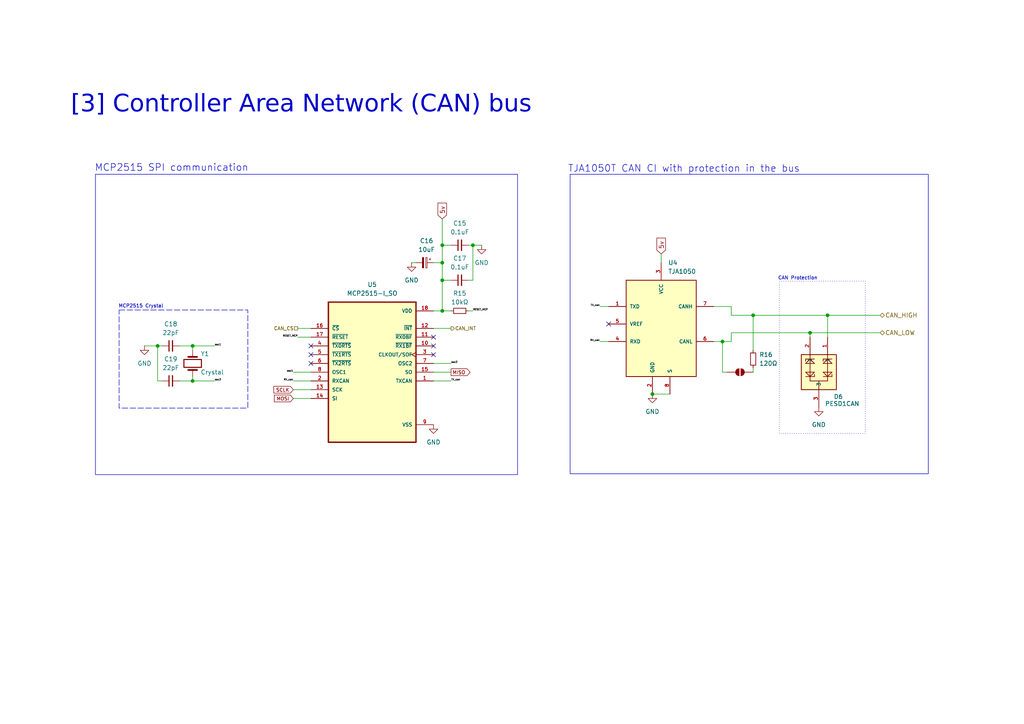
<source format=kicad_sch>
(kicad_sch (version 20231120) (generator "eeschema") (generator_version "8.0")
  (paper "A4")
  (title_block (title "Dongle eaLIVE for telemetry") (date "2024-09-19") (rev "2.0") (company "LIVE") (comment 1 "Size A4") (comment 2 "Drawn by: João Gabriel") (comment 3 "Sheet 4 of 5"))
  (lib_symbols
    (symbol "Device:C_Polarized_Small" (pin_numbers hide) (pin_names (offset 0.254) hide)
      (property "Reference" "C" (at 0.254 1.778 0))
      (property "Value" "C_Polarized_Small" (at 0.254 -2.032 0))
      (symbol "C_Polarized_Small_0_1"
        (rectangle (start -1.524 -0.3048) (end 1.524 -0.6858) (fill (type outline)))
        (rectangle (start -1.524 0.6858) (end 1.524 0.3048))
        (polyline (pts (xy -1.27 1.524) (xy -0.762 1.524)))
        (polyline (pts (xy -1.016 1.27) (xy -1.016 1.778)))
      )
      (symbol "C_Polarized_Small_1_1"
        (pin passive line (at 0 2.54 270) (length 1.8542) (name "~") (number "1"))
        (pin passive line (at 0 -2.54 90) (length 1.8542) (name "~") (number "2"))
      )
    )
    (symbol "Device:C_Small" (pin_numbers hide) (pin_names (offset 0.254) hide)
      (property "Reference" "C" (at 0.254 1.778 0))
      (property "Value" "C_Small" (at 0.254 -2.032 0))
      (symbol "C_Small_0_1"
        (polyline (pts (xy -1.524 -0.508) (xy 1.524 -0.508)) (stroke (width 0.3302)))
        (polyline (pts (xy -1.524 0.508) (xy 1.524 0.508)) (stroke (width 0.3048)))
      )
      (symbol "C_Small_1_1"
        (pin passive line (at 0 2.54 270) (length 2.032) (name "~") (number "1"))
        (pin passive line (at 0 -2.54 90) (length 2.032) (name "~") (number "2"))
      )
    )
    (symbol "Device:Crystal" (pin_numbers hide) (pin_names (offset 1.016) hide)
      (property "Reference" "Y" (at 0 3.81 0))
      (property "Value" "Crystal" (at 0 -3.81 0))
      (symbol "Crystal_0_1"
        (rectangle (start -1.143 2.54) (end 1.143 -2.54) (stroke (width 0.3048)))
        (polyline (pts (xy -2.54 0) (xy -1.905 0)))
        (polyline (pts (xy -1.905 -1.27) (xy -1.905 1.27)) (stroke (width 0.508)))
        (polyline (pts (xy 1.905 -1.27) (xy 1.905 1.27)) (stroke (width 0.508)))
        (polyline (pts (xy 2.54 0) (xy 1.905 0)))
      )
      (symbol "Crystal_1_1"
        (pin passive line (at -3.81 0 0) (length 1.27) (name "1") (number "1"))
        (pin passive line (at 3.81 0 180) (length 1.27) (name "2") (number "2"))
      )
    )
    (symbol "Device:R_Small" (pin_numbers hide) (pin_names (offset 0.254) hide)
      (property "Reference" "R" (at 0.762 0.508 0))
      (property "Value" "R_Small" (at 0.762 -1.016 0))
      (symbol "R_Small_0_1"
        (rectangle (start -0.762 1.778) (end 0.762 -1.778) (stroke (width 0.2032)))
      )
      (symbol "R_Small_1_1"
        (pin passive line (at 0 2.54 270) (length 0.762) (name "~") (number "1"))
        (pin passive line (at 0 -2.54 90) (length 0.762) (name "~") (number "2"))
      )
    )
    (symbol "DongleALIVE:MCP2515-I_SO" (pin_names (offset 1.016))
      (property "Reference" "U" (at -12.7 21.32 0))
      (property "Value" "MCP2515-I_SO" (at -12.7 -24.32 0))
      (symbol "MCP2515-I_SO_0_0"
        (rectangle (start -12.7 -20.32) (end 12.7 20.32) (stroke (width 0.41)) (fill (type background)))
        (pin output line (at 17.78 -2.54 180) (length 5.08) (name "TXCAN") (number "1"))
        (pin output line (at 17.78 7.62 180) (length 5.08) (name "~{RX1BF}") (number "10"))
        (pin output line (at 17.78 10.16 180) (length 5.08) (name "~{RX0BF}") (number "11"))
        (pin output line (at 17.78 12.7 180) (length 5.08) (name "~{INT}") (number "12"))
        (pin input line (at -17.78 -5.08 0) (length 5.08) (name "SCK") (number "13"))
        (pin input line (at -17.78 -7.62 0) (length 5.08) (name "SI") (number "14"))
        (pin output line (at 17.78 0 180) (length 5.08) (name "SO") (number "15"))
        (pin input line (at -17.78 12.7 0) (length 5.08) (name "~{CS}") (number "16"))
        (pin input line (at -17.78 10.16 0) (length 5.08) (name "~{RESET}") (number "17"))
        (pin power_in line (at 17.78 17.78 180) (length 5.08) (name "VDD") (number "18"))
        (pin input line (at -17.78 -2.54 0) (length 5.08) (name "RXCAN") (number "2"))
        (pin output clock (at 17.78 5.08 180) (length 5.08) (name "CLKOUT/SOF") (number "3"))
        (pin input line (at -17.78 7.62 0) (length 5.08) (name "~{TX0RTS}") (number "4"))
        (pin input line (at -17.78 5.08 0) (length 5.08) (name "~{TX1RTS}") (number "5"))
        (pin input line (at -17.78 2.54 0) (length 5.08) (name "~{TX2RTS}") (number "6"))
        (pin output line (at 17.78 2.54 180) (length 5.08) (name "OSC2") (number "7"))
        (pin input line (at -17.78 0 0) (length 5.08) (name "OSC1") (number "8"))
        (pin power_in line (at 17.78 -15.24 180) (length 5.08) (name "VSS") (number "9"))
      )
    )
    (symbol "DongleALIVE:PESD1CAN" (pin_names (offset 1.016))
      (property "Reference" "D" (at 0 11.4366 0))
      (property "Value" "PESD1CAN" (at 0 -2.542 0))
      (symbol "PESD1CAN_0_0"
        (polyline (pts (xy 0 2.54) (xy 1.27 2.54)) (stroke (width 0.2032)))
        (polyline (pts (xy 0 7.62) (xy 1.27 7.62)) (stroke (width 0.2032)))
        (polyline (pts (xy 1.27 1.27) (xy 1.905 1.27)) (stroke (width 0.2032)))
        (polyline (pts (xy 1.27 2.54) (xy 1.27 1.27)) (stroke (width 0.2032)))
        (polyline (pts (xy 1.27 2.54) (xy 2.54 3.81)) (stroke (width 0.2032)))
        (polyline (pts (xy 1.27 2.54) (xy 6.35 2.54)) (stroke (width 0.2032)))
        (polyline (pts (xy 1.27 3.81) (xy 1.27 2.54)) (stroke (width 0.2032)))
        (polyline (pts (xy 1.27 6.35) (xy 1.905 6.35)) (stroke (width 0.2032)))
        (polyline (pts (xy 1.27 7.62) (xy 1.27 6.35)) (stroke (width 0.2032)))
        (polyline (pts (xy 1.27 7.62) (xy 2.54 8.89)) (stroke (width 0.2032)))
        (polyline (pts (xy 1.27 7.62) (xy 6.35 7.62)) (stroke (width 0.2032)))
        (polyline (pts (xy 1.27 8.89) (xy 1.27 7.62)) (stroke (width 0.2032)))
        (polyline (pts (xy 2.54 1.27) (xy 1.27 2.54)) (stroke (width 0.2032)))
        (polyline (pts (xy 2.54 3.81) (xy 2.54 1.27)) (stroke (width 0.2032)))
        (polyline (pts (xy 2.54 6.35) (xy 1.27 7.62)) (stroke (width 0.2032)))
        (polyline (pts (xy 2.54 8.89) (xy 2.54 6.35)) (stroke (width 0.2032)))
        (polyline (pts (xy 5.08 1.27) (xy 6.35 2.54)) (stroke (width 0.2032)))
        (polyline (pts (xy 5.08 3.81) (xy 5.08 1.27)) (stroke (width 0.2032)))
        (polyline (pts (xy 5.08 6.35) (xy 6.35 7.62)) (stroke (width 0.2032)))
        (polyline (pts (xy 5.08 8.89) (xy 5.08 6.35)) (stroke (width 0.2032)))
        (polyline (pts (xy 6.35 1.27) (xy 6.35 2.54)) (stroke (width 0.2032)))
        (polyline (pts (xy 6.35 2.54) (xy 5.08 3.81)) (stroke (width 0.2032)))
        (polyline (pts (xy 6.35 2.54) (xy 6.35 3.81)) (stroke (width 0.2032)))
        (polyline (pts (xy 6.35 2.54) (xy 7.62 2.54)) (stroke (width 0.2032)))
        (polyline (pts (xy 6.35 3.81) (xy 5.715 3.81)) (stroke (width 0.2032)))
        (polyline (pts (xy 6.35 6.35) (xy 6.35 7.62)) (stroke (width 0.2032)))
        (polyline (pts (xy 6.35 7.62) (xy 5.08 8.89)) (stroke (width 0.2032)))
        (polyline (pts (xy 6.35 7.62) (xy 6.35 8.89)) (stroke (width 0.2032)))
        (polyline (pts (xy 6.35 7.62) (xy 7.62 7.62)) (stroke (width 0.2032)))
        (polyline (pts (xy 6.35 8.89) (xy 5.715 8.89)) (stroke (width 0.2032)))
        (polyline (pts (xy 7.62 5.08) (xy 7.62 2.54)) (stroke (width 0.2032)))
        (polyline (pts (xy 7.62 5.08) (xy 10.16 5.08)) (stroke (width 0.2032)))
        (polyline (pts (xy 7.62 7.62) (xy 7.62 5.08)) (stroke (width 0.2032)))
        (rectangle (start 0 0) (end 10.16 10.16) (stroke (width 0.254)) (fill (type background)))
        (pin bidirectional line (at -5.08 7.62 0) (length 5.08) (name "1") (number "1"))
        (pin bidirectional line (at -5.08 2.54 0) (length 5.08) (name "2") (number "2"))
        (pin bidirectional line (at 15.24 5.08 180) (length 5.08) (name "3") (number "3"))
      )
    )
    (symbol "DongleALIVE:TJA1050" (pin_names (offset 1.016))
      (property "Reference" "U" (at -10.16 13.462 0))
      (property "Value" "TJA1050" (at 5.08 -17.78 0))
      (symbol "TJA1050_0_0"
        (rectangle (start -10.16 -15.24) (end 10.16 12.7) (stroke (width 0.254)) (fill (type background)))
        (pin bidirectional line (at -15.24 5.08 0) (length 5.08) (name "TXD") (number "1"))
        (pin bidirectional line (at -2.54 -20.32 90) (length 5.08) (name "GND") (number "2"))
        (pin bidirectional line (at 0 17.78 270) (length 5.08) (name "VCC") (number "3"))
        (pin bidirectional line (at -15.24 -5.08 0) (length 5.08) (name "RXD") (number "4"))
        (pin bidirectional line (at -15.24 0 0) (length 5.08) (name "VREF") (number "5"))
        (pin bidirectional line (at 15.24 -5.08 180) (length 5.08) (name "CANL") (number "6"))
        (pin bidirectional line (at 15.24 5.08 180) (length 5.08) (name "CANH") (number "7"))
        (pin bidirectional line (at 2.54 -20.32 90) (length 5.08) (name "S") (number "8"))
      )
    )
    (symbol "Jumper:SolderJumper_2_Open" (pin_numbers hide) (pin_names (offset 0) hide) (exclude_from_sim yes) (in_bom no)
      (property "Reference" "JP" (at 0 2.032 0))
      (property "Value" "SolderJumper_2_Open" (at 0 -2.54 0))
      (symbol "SolderJumper_2_Open_0_1"
        (arc (start -0.254 1.016) (mid -1.2656 0) (end -0.254 -1.016))
        (arc (start -0.254 1.016) (mid -1.2656 0) (end -0.254 -1.016) (fill (type outline)))
        (polyline (pts (xy -0.254 1.016) (xy -0.254 -1.016)))
        (polyline (pts (xy 0.254 1.016) (xy 0.254 -1.016)))
        (arc (start 0.254 -1.016) (mid 1.2656 0) (end 0.254 1.016))
        (arc (start 0.254 -1.016) (mid 1.2656 0) (end 0.254 1.016) (fill (type outline)))
      )
      (symbol "SolderJumper_2_Open_1_1"
        (pin passive line (at -3.81 0 0) (length 2.54) (name "A") (number "1"))
        (pin passive line (at 3.81 0 180) (length 2.54) (name "B") (number "2"))
      )
    )
    (symbol "power:GND" (power) (pin_numbers hide) (pin_names (offset 0) hide)
      (property "Value" "GND" (at 0 -3.81 0))
      (symbol "GND_0_1"
        (polyline (pts (xy 0 0) (xy 0 -1.27) (xy 1.27 -1.27) (xy 0 -2.54) (xy -1.27 -1.27) (xy 0 -1.27)))
      )
      (symbol "GND_1_1"
        (pin power_in line (at 0 0 270) (length 0) (name "~") (number "1"))
      )
    )
  )
  (junction (at 55.88 110.49))
  (junction (at 128.27 76.2))
  (junction (at 45.72 100.33))
  (junction (at 55.88 100.33))
  (junction (at 218.44 91.44))
  (junction (at 240.03 91.44))
  (junction (at 137.16 71.12))
  (junction (at 189.23 114.3))
  (junction (at 128.27 90.17))
  (junction (at 128.27 81.28))
  (junction (at 128.27 71.12))
  (junction (at 209.55 99.06))
  (junction (at 234.95 96.52))
  (no_connect (at 90.17 105.41))
  (no_connect (at 125.73 102.87))
  (no_connect (at 125.73 100.33))
  (no_connect (at 90.17 100.33))
  (no_connect (at 176.53 93.98))
  (no_connect (at 90.17 102.87))
  (no_connect (at 125.73 97.79))
  (wire (pts (xy 85.09 115.57) (xy 90.17 115.57)))
  (wire (pts (xy 128.27 63.5) (xy 128.27 71.12)))
  (wire (pts (xy 86.36 97.79) (xy 90.17 97.79)))
  (wire (pts (xy 45.72 100.33) (xy 46.99 100.33)))
  (wire (pts (xy 130.81 90.17) (xy 128.27 90.17)))
  (wire (pts (xy 240.03 91.44) (xy 255.27 91.44)))
  (wire (pts (xy 130.81 110.49) (xy 125.73 110.49)))
  (wire (pts (xy 137.16 71.12) (xy 137.16 81.28)))
  (wire (pts (xy 209.55 99.06) (xy 209.55 107.95)))
  (wire (pts (xy 130.81 105.41) (xy 125.73 105.41)))
  (wire (pts (xy 209.55 107.95) (xy 210.82 107.95)))
  (wire (pts (xy 173.99 88.9) (xy 176.53 88.9)))
  (wire (pts (xy 55.88 110.49) (xy 55.88 109.22)))
  (wire (pts (xy 173.99 99.06) (xy 176.53 99.06)))
  (wire (pts (xy 234.95 96.52) (xy 234.95 97.79)))
  (wire (pts (xy 128.27 81.28) (xy 128.27 90.17)))
  (wire (pts (xy 130.81 81.28) (xy 128.27 81.28)))
  (wire (pts (xy 86.36 95.25) (xy 90.17 95.25)))
  (wire (pts (xy 119.38 76.2) (xy 120.65 76.2)))
  (wire (pts (xy 209.55 99.06) (xy 212.09 99.06)))
  (wire (pts (xy 212.09 96.52) (xy 234.95 96.52)))
  (wire (pts (xy 128.27 71.12) (xy 128.27 76.2)))
  (wire (pts (xy 218.44 91.44) (xy 240.03 91.44)))
  (wire (pts (xy 137.16 71.12) (xy 135.89 71.12)))
  (wire (pts (xy 52.07 110.49) (xy 55.88 110.49)))
  (wire (pts (xy 128.27 76.2) (xy 128.27 81.28)))
  (wire (pts (xy 41.91 100.33) (xy 45.72 100.33)))
  (wire (pts (xy 207.01 88.9) (xy 212.09 88.9)))
  (wire (pts (xy 125.73 76.2) (xy 128.27 76.2)))
  (wire (pts (xy 207.01 99.06) (xy 209.55 99.06)))
  (wire (pts (xy 212.09 91.44) (xy 218.44 91.44)))
  (wire (pts (xy 191.77 73.66) (xy 191.77 76.2)))
  (wire (pts (xy 85.09 113.03) (xy 90.17 113.03)))
  (wire (pts (xy 189.23 114.3) (xy 194.31 114.3)))
  (wire (pts (xy 85.09 110.49) (xy 90.17 110.49)))
  (wire (pts (xy 218.44 91.44) (xy 218.44 101.6)))
  (wire (pts (xy 234.95 96.52) (xy 255.27 96.52)))
  (wire (pts (xy 55.88 100.33) (xy 62.23 100.33)))
  (wire (pts (xy 212.09 99.06) (xy 212.09 96.52)))
  (wire (pts (xy 130.81 95.25) (xy 125.73 95.25)))
  (wire (pts (xy 45.72 100.33) (xy 45.72 110.49)))
  (wire (pts (xy 137.16 90.17) (xy 135.89 90.17)))
  (wire (pts (xy 55.88 100.33) (xy 55.88 101.6)))
  (wire (pts (xy 128.27 90.17) (xy 125.73 90.17)))
  (wire (pts (xy 139.7 71.12) (xy 137.16 71.12)))
  (wire (pts (xy 55.88 110.49) (xy 62.23 110.49)))
  (wire (pts (xy 240.03 91.44) (xy 240.03 97.79)))
  (wire (pts (xy 130.81 107.95) (xy 125.73 107.95)))
  (wire (pts (xy 85.09 107.95) (xy 90.17 107.95)))
  (wire (pts (xy 130.81 71.12) (xy 128.27 71.12)))
  (wire (pts (xy 135.89 81.28) (xy 137.16 81.28)))
  (wire (pts (xy 218.44 107.95) (xy 218.44 106.68)))
  (wire (pts (xy 212.09 88.9) (xy 212.09 91.44)))
  (wire (pts (xy 52.07 100.33) (xy 55.88 100.33)))
  (wire (pts (xy 46.99 110.49) (xy 45.72 110.49)))
  (rectangle (start 165.354 50.546) (end 269.24 137.414))
  (rectangle (start 27.686 50.546) (end 150.114 137.668))
  (rectangle (start 226.06 81.534) (end 250.952 125.73) (stroke (width 0) (type dot)))
  (rectangle (start 34.544 89.916) (end 71.882 118.364) (stroke (width 0) (type dash)))
  (text "MCP2515 Crystal" (at 40.894 88.9 0) (effects (font (size 1 1))))
  (text "MCP2515 SPI communication" (at 49.784 48.768 0) (effects (font (size 2 2))))
  (text "TJA1050T CAN CI with protection in the bus" (at 198.374 49.022 0) (effects (font (size 2 2))))
  (text "[3] Controller Area Network (CAN) bus" (at 87.376 31.75 0) (effects (font (size 5 5))))
  (text "CAN Protection" (at 231.394 80.772 0) (effects (font (size 1 1))))
  (label "RX_can" (at 173.99 99.06 180) (effects (font (size 0.5 0.5))))
  (label "RX_can" (at 85.09 110.49 180) (effects (font (size 0.5 0.5))))
  (label "osc1" (at 62.23 100.33 0) (effects (font (size 0.5 0.5))))
  (label "TX_can" (at 130.81 110.49 0) (effects (font (size 0.5 0.5))))
  (label "osc2" (at 62.23 110.49 0) (effects (font (size 0.5 0.5))))
  (label "osc1" (at 85.09 107.95 180) (effects (font (size 0.5 0.5))))
  (label "osc2" (at 130.81 105.41 0) (effects (font (size 0.5 0.5))))
  (label "RESET_MCP" (at 86.36 97.79 180) (effects (font (size 0.5 0.5))))
  (label "TX_can" (at 173.99 88.9 180) (effects (font (size 0.5 0.5))))
  (label "RESET_MCP" (at 137.16 90.17 0) (effects (font (size 0.5 0.5))))
  (global_label "5v" (shape input) (at 128.27 63.5 90) (property "Intersheetrefs" "${INTERSHEET_REFS}" (effects (hide yes))))
  (global_label "MISO" (shape output) (at 130.81 107.95 0) (effects (font (size 1 1))) (property "Intersheetrefs" "${INTERSHEET_REFS}" (effects (hide yes))))
  (global_label "SCLK" (shape input) (at 85.09 113.03 180) (effects (font (size 1 1))) (property "Intersheetrefs" "${INTERSHEET_REFS}" (effects (hide yes))))
  (global_label "MOSI" (shape input) (at 85.09 115.57 180) (effects (font (size 1 1))) (property "Intersheetrefs" "${INTERSHEET_REFS}" (effects (hide yes))))
  (global_label "5v" (shape input) (at 191.77 73.66 90) (property "Intersheetrefs" "${INTERSHEET_REFS}" (effects (hide yes))))
  (hierarchical_label "CAN_HIGH" (shape bidirectional) (at 255.27 91.44 0))
  (hierarchical_label "CAN_LOW" (shape bidirectional) (at 255.27 96.52 0))
  (hierarchical_label "CAN_CS" (shape passive) (at 86.36 95.25 180) (effects (font (size 1 1))))
  (hierarchical_label "CAN_INT" (shape output) (at 130.81 95.25 0) (effects (font (size 1 1))))
  (symbol (lib_id "Device:C_Small") (at 133.35 81.28 90) (unit 1)
    (property "Reference" "C17" (at 133.3563 74.93 90))
    (property "Value" "0.1uF" (at 133.3563 77.47 90))
    (property "Footprint" "Capacitor_SMD:C_0805_2012Metric_Pad1.18x1.45mm_HandSolder" (effects (hide yes)))
    (property "Description" "Unpolarized capacitor, small symbol" (effects (hide yes)))
  )
  (symbol (lib_id "power:GND") (at 189.23 114.3 0) (unit 1)
    (property "Reference" "#PWR026" (effects (hide yes)))
    (property "Value" "GND" (at 189.23 119.38 0))
    (property "Description" "Power symbol creates a global label with name \"GND\" , ground" (effects (hide yes)))
  )
  (symbol (lib_id "power:GND") (at 237.49 118.11 0) (unit 1)
    (property "Reference" "#PWR027" (effects (hide yes)))
    (property "Value" "GND" (at 237.49 123.19 0))
    (property "Description" "Power symbol creates a global label with name \"GND\" , ground" (effects (hide yes)))
  )
  (symbol (lib_id "Device:C_Small") (at 49.53 100.33 90) (unit 1)
    (property "Reference" "C18" (at 49.5363 93.98 90))
    (property "Value" "22pF" (at 49.5363 96.52 90))
    (property "Footprint" "Capacitor_SMD:C_0805_2012Metric_Pad1.18x1.45mm_HandSolder" (effects (hide yes)))
    (property "Description" "Unpolarized capacitor, small symbol" (effects (hide yes)))
  )
  (symbol (lib_id "power:GND") (at 125.73 123.19 0) (unit 1)
    (property "Reference" "#PWR028" (effects (hide yes)))
    (property "Value" "GND" (at 125.73 128.27 0))
    (property "Description" "Power symbol creates a global label with name \"GND\" , ground" (effects (hide yes)))
  )
  (symbol (lib_id "power:GND") (at 41.91 100.33 0) (unit 1)
    (property "Reference" "#PWR025" (effects (hide yes)))
    (property "Value" "GND" (at 41.91 105.41 0))
    (property "Description" "Power symbol creates a global label with name \"GND\" , ground" (effects (hide yes)))
  )
  (symbol (lib_id "power:GND") (at 119.38 76.2 0) (unit 1)
    (property "Reference" "#PWR024" (effects (hide yes)))
    (property "Value" "GND" (at 119.38 81.28 0))
    (property "Description" "Power symbol creates a global label with name \"GND\" , ground" (effects (hide yes)))
  )
  (symbol (lib_id "Device:C_Polarized_Small") (at 123.19 76.2 270) (unit 1)
    (property "Reference" "C16" (at 123.7361 69.85 90))
    (property "Value" "10uF" (at 123.7361 72.39 90))
    (property "Footprint" "Capacitor_Tantalum_SMD:CP_EIA-1608-08_AVX-J_Pad1.25x1.05mm_HandSolder" (effects (hide yes)))
    (property "Description" "Polarized capacitor, small symbol" (effects (hide yes)))
  )
  (symbol (lib_id "Device:C_Small") (at 133.35 71.12 90) (unit 1)
    (property "Reference" "C15" (at 133.3563 64.77 90))
    (property "Value" "0.1uF" (at 133.3563 67.31 90))
    (property "Footprint" "Capacitor_SMD:C_0805_2012Metric_Pad1.18x1.45mm_HandSolder" (effects (hide yes)))
    (property "Description" "Unpolarized capacitor, small symbol" (effects (hide yes)))
  )
  (symbol (lib_id "Jumper:SolderJumper_2_Open") (at 214.63 107.95 0) (unit 1) (exclude_from_sim yes) (in_bom no)
    (property "Reference" "JP1" (effects (hide yes)))
    (property "Value" "SolderJumper_2_Open" (effects (hide yes)))
    (property "Footprint" "Jumper:SolderJumper-2_P1.3mm_Open_RoundedPad1.0x1.5mm" (effects (hide yes)))
    (property "Description" "Solder Jumper, 2-pole, open" (effects (hide yes)))
  )
  (symbol (lib_id "Device:R_Small") (at 133.35 90.17 90) (unit 1)
    (property "Reference" "R15" (at 133.35 85.09 90))
    (property "Value" "10kΩ" (at 133.35 87.63 90))
    (property "Footprint" "Resistor_SMD:R_0805_2012Metric_Pad1.20x1.40mm_HandSolder" (effects (hide yes)))
    (property "Description" "Resistor, small symbol" (effects (hide yes)))
  )
  (symbol (lib_id "DongleALIVE:MCP2515-I_SO") (at 107.95 107.95 0) (unit 1)
    (property "Reference" "U5" (at 107.95 82.55 0))
    (property "Value" "MCP2515-I_SO" (at 107.95 85.09 0))
    (property "Footprint" "DongleALIVE:MCP2515" (effects (hide yes)))
    (property "MF" "Microchip" (effects (hide yes)))
    (property "Description_1" "\nMicrochip CAN Controller 1Mbit/s CAN 2.0B 18-Pin SOIC W | Microchip Technology Inc. MCP2515-I/SO\n" (effects (hide yes)))
    (property "Package" "SOIC-18 Microchip" (effects (hide yes)))
    (property "Price" "None" (effects (hide yes)))
    (property "SnapEDA_Link" "https://www.snapeda.com/parts/MCP2515-I/SO/Microchip/view-part/?ref=snap" (effects (hide yes)))
    (property "MP" "MCP2515-I/SO" (effects (hide yes)))
    (property "Availability" "In Stock" (effects (hide yes)))
    (property "Check_prices" "https://www.snapeda.com/parts/MCP2515-I/SO/Microchip/view-part/?ref=eda" (effects (hide yes)))
  )
  (symbol (lib_id "Device:Crystal") (at 55.88 105.41 90) (unit 1)
    (property "Reference" "Y1" (at 58.166 102.616 90) (effects (justify right)))
    (property "Value" "Crystal" (at 58.166 107.95 90) (effects (justify right)))
    (property "Footprint" "Crystal:Crystal_SMD_HC49-SD" (effects (hide yes)))
    (property "Description" "Two pin crystal" (effects (hide yes)))
  )
  (symbol (lib_id "Device:C_Small") (at 49.53 110.49 90) (unit 1)
    (property "Reference" "C19" (at 49.5363 104.14 90))
    (property "Value" "22pF" (at 49.5363 106.68 90))
    (property "Footprint" "Capacitor_SMD:C_0805_2012Metric_Pad1.18x1.45mm_HandSolder" (effects (hide yes)))
    (property "Description" "Unpolarized capacitor, small symbol" (effects (hide yes)))
  )
  (symbol (lib_id "DongleALIVE:PESD1CAN") (at 232.41 102.87 270) (unit 1)
    (property "Reference" "D6" (at 241.808 115.062 90) (effects (justify left)))
    (property "Value" "PESD1CAN" (at 239.268 117.094 90) (effects (justify left)))
    (property "Footprint" "DongleALIVE:PESD1CAN" (effects (hide yes)))
    (property "MF" "Nexperia USA" (effects (hide yes)))
    (property "Description_1" "\n50V Clamp 3A (8/20µs) Ipp Tvs Diode Surface Mount SOT-323\n" (effects (hide yes)))
    (property "Package" "SOT-23-3 NXP Semiconductors" (effects (hide yes)))
    (property "Price" "None" (effects (hide yes)))
    (property "PROD_ID" "DIO-12501" (effects (hide yes)))
    (property "SnapEDA_Link" "https://www.snapeda.com/parts/PESD1CAN/Nexperia/view-part/?ref=snap" (effects (hide yes)))
    (property "MP" "PESD1CAN" (effects (hide yes)))
    (property "Purchase-URL" "https://www.snapeda.com/api/url_track_click_mouser/?unipart_id=2164340&manufacturer=Nexperia USA&part_name=PESD1CAN&search_term=None" (effects (hide yes)))
    (property "Availability" "In Stock" (effects (hide yes)))
    (property "Check_prices" "https://www.snapeda.com/parts/PESD1CAN/Nexperia/view-part/?ref=eda" (effects (hide yes)))
    (property "LCSC" "C343993" (effects (hide yes)))
  )
  (symbol (lib_id "DongleALIVE:TJA1050") (at 191.77 93.98 0) (unit 1)
    (property "Reference" "U4" (at 193.7894 76.2 0) (effects (justify left)))
    (property "Value" "TJA1050" (at 193.7894 78.74 0) (effects (justify left)))
    (property "Footprint" "DongleALIVE:TJA1050T" (effects (hide yes)))
    (property "MF" "NXP Semiconductors" (effects (hide yes)))
    (property "Description_1" "\nCAN 1MBd Silent 5V Automotive 8-Pin SO T/R\n" (effects (hide yes)))
    (property "Package" "None" (effects (hide yes)))
    (property "Price" "None" (effects (hide yes)))
    (property "SnapEDA_Link" "https://www.snapeda.com/parts/TJA1050/NXP+Semiconductors/view-part/?ref=snap" (effects (hide yes)))
    (property "MP" "TJA1050" (effects (hide yes)))
    (property "Availability" "In Stock" (effects (hide yes)))
    (property "Check_prices" "https://www.snapeda.com/parts/TJA1050/NXP+Semiconductors/view-part/?ref=eda" (effects (hide yes)))
    (property "LCSC" "C6952" (effects (hide yes)))
  )
  (symbol (lib_id "power:GND") (at 139.7 71.12 0) (unit 1)
    (property "Reference" "#PWR023" (effects (hide yes)))
    (property "Value" "GND" (at 139.7 76.2 0))
    (property "Description" "Power symbol creates a global label with name \"GND\" , ground" (effects (hide yes)))
  )
  (symbol (lib_id "Device:R_Small") (at 218.44 104.14 180) (unit 1)
    (property "Reference" "R16" (at 220.218 102.87 0) (effects (justify right)))
    (property "Value" "120Ω" (at 220.218 105.41 0) (effects (justify right)))
    (property "Footprint" "Resistor_SMD:R_0805_2012Metric_Pad1.20x1.40mm_HandSolder" (effects (hide yes)))
    (property "Description" "Resistor, small symbol" (effects (hide yes)))
  )
)
</source>
